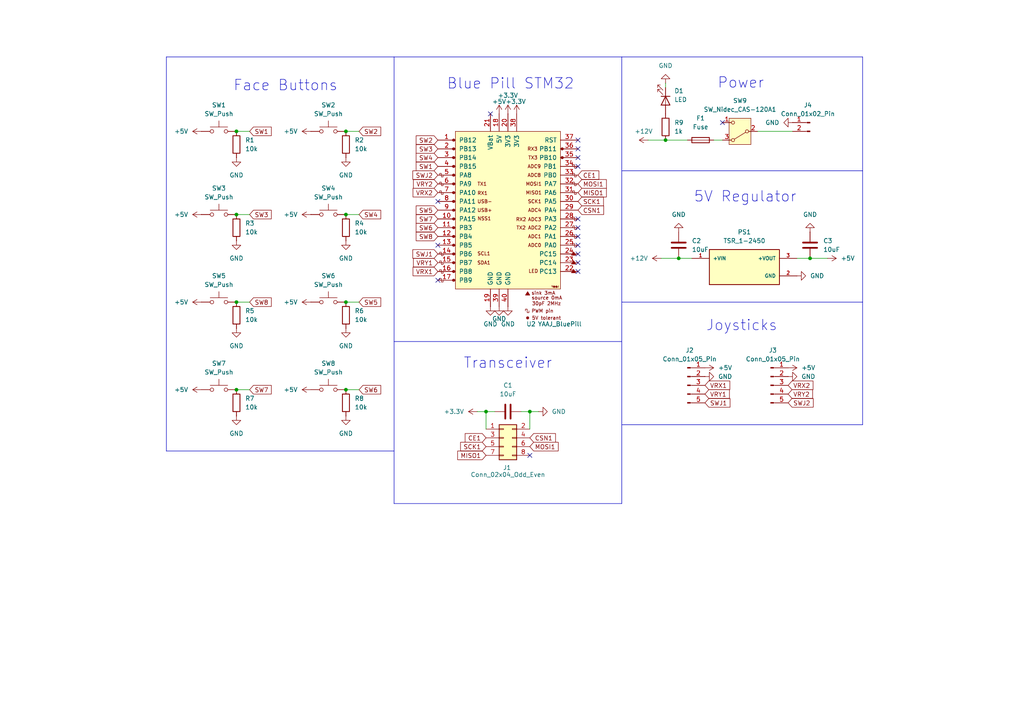
<source format=kicad_sch>
(kicad_sch (version 20250114) (generator "eeschema") (generator_version "9.0")
  (paper "A4")
  (lib_symbols
    (symbol "Connector:Conn_01x02_Pin" (pin_names (offset 1.016) (hide yes))
      (property "Reference" "J" (at 0 2.54 0))
      (property "Value" "Conn_01x02_Pin" (at 0 -5.08 0))
      (symbol "Conn_01x02_Pin_1_1"
        (rectangle (start 0.8636 0.127) (end 0 -0.127) (stroke (width 0.1524)) (fill (type outline)))
        (rectangle (start 0.8636 -2.413) (end 0 -2.667) (stroke (width 0.1524)) (fill (type outline)))
        (polyline (pts (xy 1.27 0) (xy 0.8636 0)) (stroke (width 0.1524)))
        (polyline (pts (xy 1.27 -2.54) (xy 0.8636 -2.54)) (stroke (width 0.1524)))
        (pin passive line (at 5.08 0 180) (length 3.81) (name "Pin_1") (number "1"))
        (pin passive line (at 5.08 -2.54 180) (length 3.81) (name "Pin_2") (number "2"))
      )
    )
    (symbol "Connector:Conn_01x05_Pin" (pin_names (offset 1.016) (hide yes))
      (property "Reference" "J" (at 0 7.62 0))
      (property "Value" "Conn_01x05_Pin" (at 0 -7.62 0))
      (symbol "Conn_01x05_Pin_1_1"
        (rectangle (start 0.8636 5.207) (end 0 4.953) (stroke (width 0.1524)) (fill (type outline)))
        (rectangle (start 0.8636 2.667) (end 0 2.413) (stroke (width 0.1524)) (fill (type outline)))
        (rectangle (start 0.8636 0.127) (end 0 -0.127) (stroke (width 0.1524)) (fill (type outline)))
        (rectangle (start 0.8636 -2.413) (end 0 -2.667) (stroke (width 0.1524)) (fill (type outline)))
        (rectangle (start 0.8636 -4.953) (end 0 -5.207) (stroke (width 0.1524)) (fill (type outline)))
        (polyline (pts (xy 1.27 5.08) (xy 0.8636 5.08)) (stroke (width 0.1524)))
        (polyline (pts (xy 1.27 2.54) (xy 0.8636 2.54)) (stroke (width 0.1524)))
        (polyline (pts (xy 1.27 0) (xy 0.8636 0)) (stroke (width 0.1524)))
        (polyline (pts (xy 1.27 -2.54) (xy 0.8636 -2.54)) (stroke (width 0.1524)))
        (polyline (pts (xy 1.27 -5.08) (xy 0.8636 -5.08)) (stroke (width 0.1524)))
        (pin passive line (at 5.08 5.08 180) (length 3.81) (name "Pin_1") (number "1"))
        (pin passive line (at 5.08 2.54 180) (length 3.81) (name "Pin_2") (number "2"))
        (pin passive line (at 5.08 0 180) (length 3.81) (name "Pin_3") (number "3"))
        (pin passive line (at 5.08 -2.54 180) (length 3.81) (name "Pin_4") (number "4"))
        (pin passive line (at 5.08 -5.08 180) (length 3.81) (name "Pin_5") (number "5"))
      )
    )
    (symbol "Connector_Generic:Conn_02x04_Odd_Even" (pin_names (offset 1.016) (hide yes))
      (property "Reference" "J" (at 1.27 5.08 0))
      (property "Value" "Conn_02x04_Odd_Even" (at 1.27 -7.62 0))
      (symbol "Conn_02x04_Odd_Even_1_1"
        (rectangle (start -1.27 3.81) (end 3.81 -6.35) (stroke (width 0.254)) (fill (type background)))
        (rectangle (start -1.27 2.667) (end 0 2.413) (stroke (width 0.1524)))
        (rectangle (start -1.27 0.127) (end 0 -0.127) (stroke (width 0.1524)))
        (rectangle (start -1.27 -2.413) (end 0 -2.667) (stroke (width 0.1524)))
        (rectangle (start -1.27 -4.953) (end 0 -5.207) (stroke (width 0.1524)))
        (rectangle (start 3.81 2.667) (end 2.54 2.413) (stroke (width 0.1524)))
        (rectangle (start 3.81 0.127) (end 2.54 -0.127) (stroke (width 0.1524)))
        (rectangle (start 3.81 -2.413) (end 2.54 -2.667) (stroke (width 0.1524)))
        (rectangle (start 3.81 -4.953) (end 2.54 -5.207) (stroke (width 0.1524)))
        (pin passive line (at -5.08 2.54 0) (length 3.81) (name "Pin_1") (number "1"))
        (pin passive line (at -5.08 0 0) (length 3.81) (name "Pin_3") (number "3"))
        (pin passive line (at -5.08 -2.54 0) (length 3.81) (name "Pin_5") (number "5"))
        (pin passive line (at -5.08 -5.08 0) (length 3.81) (name "Pin_7") (number "7"))
        (pin passive line (at 7.62 2.54 180) (length 3.81) (name "Pin_2") (number "2"))
        (pin passive line (at 7.62 0 180) (length 3.81) (name "Pin_4") (number "4"))
        (pin passive line (at 7.62 -2.54 180) (length 3.81) (name "Pin_6") (number "6"))
        (pin passive line (at 7.62 -5.08 180) (length 3.81) (name "Pin_8") (number "8"))
      )
    )
    (symbol "Controller_Parts:TSR_1-2450" (pin_names (offset 1.016))
      (property "Reference" "PS" (at -10.16 7.62 0))
      (property "Value" "TSR_1-2450" (at -10.16 -7.62 0))
      (symbol "TSR_1-2450_0_0"
        (rectangle (start -10.16 -5.08) (end 10.16 5.08) (stroke (width 0.254)) (fill (type background)))
        (pin input line (at -15.24 2.54 0) (length 5.08) (name "+VIN") (number "1"))
        (pin output line (at 15.24 2.54 180) (length 5.08) (name "+VOUT") (number "3"))
        (pin power_in line (at 15.24 -2.54 180) (length 5.08) (name "GND") (number "2"))
      )
    )
    (symbol "Controller_Parts:YAAJ_BluePill" (pin_names (offset 1.016))
      (property "Reference" "U" (at -13.97 24.13 0))
      (property "Value" "YAAJ_BluePill" (at 0 6.35 90))
      (symbol "YAAJ_BluePill_0_0"
        (circle (center -15.748 20.32) (radius 0.3556) (fill (type outline)))
        (circle (center -15.748 15.24) (radius 0.3556) (fill (type outline)))
        (circle (center -15.748 12.7) (radius 0.3556) (fill (type outline)))
        (circle (center -15.748 10.16) (radius 0.3556) (fill (type outline)))
        (circle (center -15.748 7.62) (radius 0.3556) (fill (type outline)))
        (circle (center -15.748 5.08) (radius 0.3556) (fill (type outline)))
        (circle (center -15.748 2.54) (radius 0.3556) (fill (type outline)))
        (circle (center -15.748 0) (radius 0.3556) (fill (type outline)))
        (circle (center -15.748 -2.54) (radius 0.3556) (fill (type outline)))
        (circle (center -15.748 -5.08) (radius 0.3556) (fill (type outline)))
        (circle (center -15.748 -7.62) (radius 0.3556) (fill (type outline)))
        (circle (center -15.748 -10.16) (radius 0.3556) (fill (type outline)))
        (circle (center -15.748 -12.7) (radius 0.3556) (fill (type outline)))
        (circle (center -15.748 -15.24) (radius 0.3556) (fill (type outline)))
        (circle (center -15.748 -17.78) (radius 0.3556) (fill (type outline)))
        (circle (center -15.748 -20.32) (radius 0.3556) (fill (type outline)))
        (polyline (pts (xy 5.08 -24.638) (xy 5.715 -23.622) (xy 6.35 -24.638) (xy 5.08 -24.638) (xy 5.715 -23.749) (xy 6.223 -24.638) (xy 5.207 -24.511) (xy 5.715 -23.876) (xy 6.096 -24.638) (xy 5.334 -24.384) (xy 5.842 -24.003) (xy 5.969 -24.638) (xy 5.461 -24.257) (xy 5.969 -24.13) (xy 5.842 -24.511) (xy 5.588 -24.257) (xy 5.842 -24.384) (xy 5.715 -24.13)))
        (circle (center 5.715 -31.242) (radius 0.127) (fill (type outline)))
        (circle (center 5.715 -31.242) (radius 0.254))
        (circle (center 5.715 -31.242) (radius 0.3556))
        (circle (center 15.748 17.78) (radius 0.254) (fill (type outline)))
        (circle (center 15.748 17.78) (radius 0.3556))
        (circle (center 15.748 15.24) (radius 0.254) (fill (type outline)))
        (circle (center 15.748 15.24) (radius 0.3556))
        (polyline (pts (xy 18.415 -13.081) (xy 19.05 -12.065) (xy 19.685 -13.081) (xy 18.415 -13.081) (xy 19.05 -12.192) (xy 19.558 -13.081) (xy 18.542 -12.954) (xy 19.05 -12.319) (xy 19.431 -13.081) (xy 18.669 -12.827) (xy 19.177 -12.446) (xy 19.304 -13.081) (xy 18.796 -12.7) (xy 19.304 -12.573) (xy 19.177 -12.954) (xy 18.923 -12.7) (xy 19.177 -12.827) (xy 19.05 -12.573)))
        (polyline (pts (xy 18.415 -15.621) (xy 19.05 -14.605) (xy 19.685 -15.621) (xy 18.415 -15.621) (xy 19.05 -14.732) (xy 19.558 -15.621) (xy 18.542 -15.494) (xy 19.05 -14.859) (xy 19.431 -15.621) (xy 18.669 -15.367) (xy 19.177 -14.986) (xy 19.304 -15.621) (xy 18.796 -15.24) (xy 19.304 -15.113) (xy 19.177 -15.494) (xy 18.923 -15.24) (xy 19.177 -15.367) (xy 19.05 -15.113)))
        (polyline (pts (xy 18.415 -18.161) (xy 19.05 -17.145) (xy 19.685 -18.161) (xy 18.415 -18.161) (xy 19.05 -17.272) (xy 19.558 -18.161) (xy 18.542 -18.034) (xy 19.05 -17.399) (xy 19.431 -18.161) (xy 18.669 -17.907) (xy 19.177 -17.526) (xy 19.304 -18.161) (xy 18.796 -17.78) (xy 19.304 -17.653) (xy 19.177 -18.034) (xy 18.923 -17.78) (xy 19.177 -17.907) (xy 19.05 -17.653)))
        (text "TX1" (at -7.493 7.62 0) (effects (font (size 0.9906 0.9906))))
        (text "RX1" (at -7.366 4.953 0) (effects (font (size 0.9906 0.9906))))
        (text "SCL1" (at -6.985 -12.573 0) (effects (font (size 0.9906 0.9906))))
        (text "SDA1" (at -6.985 -15.24 0) (effects (font (size 0.9906 0.9906))))
        (text "NSS1" (at -6.858 -2.413 0) (effects (font (size 0.9906 0.9906))))
        (text "USB-" (at -6.731 2.54 0) (effects (font (size 0.9906 0.9906))))
        (text "USB+" (at -6.731 0 0) (effects (font (size 0.9906 0.9906))))
        (text "RX2" (at 3.81 -2.667 0) (effects (font (size 0.9906 0.9906))))
        (text "TX2" (at 3.81 -5.08 0) (effects (font (size 0.9906 0.9906))))
        (text "RX3" (at 7.112 17.78 0) (effects (font (size 0.9906 0.9906))))
        (text "TX3" (at 7.239 15.24 0) (effects (font (size 0.9906 0.9906))))
        (text "LED" (at 7.366 -17.653 0) (effects (font (size 0.9906 0.9906))))
        (text "MOSI1" (at 7.493 7.62 0) (effects (font (size 0.9906 0.9906))))
        (text "MISO1" (at 7.493 5.08 0) (effects (font (size 0.9906 0.9906))))
        (text "ADC9" (at 7.62 12.7 0) (effects (font (size 0.9906 0.9906))))
        (text "ADC8" (at 7.62 10.16 0) (effects (font (size 0.9906 0.9906))))
        (text "SCK1" (at 7.747 2.54 0) (effects (font (size 0.9906 0.9906))))
        (text "ADC4" (at 7.747 0 0) (effects (font (size 0.9906 0.9906))))
        (text "ADC3" (at 7.747 -2.667 0) (effects (font (size 0.9906 0.9906))))
        (text "ADC2" (at 7.747 -5.08 0) (effects (font (size 0.9906 0.9906))))
        (text "ADC1" (at 7.747 -7.62 0) (effects (font (size 0.9906 0.9906))))
        (text "ADC0" (at 7.747 -10.16 0) (effects (font (size 0.9906 0.9906))))
        (text "PWM pin" (at 10.033 -29.21 0) (effects (font (size 0.9906 0.9906))))
        (text "sink 3mA" (at 10.287 -24.003 0) (effects (font (size 0.9906 0.9906))))
        (text "30pF 2MHz" (at 11.176 -27.051 0) (effects (font (size 0.9906 0.9906))))
        (text "5V tolerant" (at 11.176 -31.242 0) (effects (font (size 0.9906 0.9906))))
        (text "source 0mA" (at 11.303 -25.4 0) (effects (font (size 0.9906 0.9906))))
        (text "Y@@J" (at 13.6906 -22.1488 0) (effects (font (size 0.508 0.508))))
      )
      (symbol "YAAJ_BluePill_0_1"
        (polyline (pts (xy -18.796 10.16) (xy -18.796 9.652) (xy -19.304 9.652) (xy -19.304 10.668) (xy -19.812 10.668) (xy -19.812 10.16)))
        (polyline (pts (xy -18.796 7.62) (xy -18.796 7.112) (xy -19.304 7.112) (xy -19.304 8.128) (xy -19.812 8.128) (xy -19.812 7.62)))
        (polyline (pts (xy -18.796 5.08) (xy -18.796 4.572) (xy -19.304 4.572) (xy -19.304 5.588) (xy -19.812 5.588) (xy -19.812 5.08)))
        (polyline (pts (xy -18.796 -12.7) (xy -18.796 -13.208) (xy -19.304 -13.208) (xy -19.304 -12.192) (xy -19.812 -12.192) (xy -19.812 -12.7)))
        (polyline (pts (xy -18.796 -15.24) (xy -18.796 -15.748) (xy -19.304 -15.748) (xy -19.304 -14.732) (xy -19.812 -14.732) (xy -19.812 -15.24)))
        (polyline (pts (xy -18.796 -17.78) (xy -18.796 -18.288) (xy -19.304 -18.288) (xy -19.304 -17.272) (xy -19.812 -17.272) (xy -19.812 -17.78)))
        (polyline (pts (xy -18.796 -20.32) (xy -18.796 -20.828) (xy -19.304 -20.828) (xy -19.304 -19.812) (xy -19.812 -19.812) (xy -19.812 -20.32)))
        (rectangle (start -15.24 22.86) (end 15.24 -22.86) (fill (type background)))
        (polyline (pts (xy 6.096 -29.21) (xy 6.096 -29.718) (xy 5.588 -29.718) (xy 5.588 -28.702) (xy 5.08 -28.702) (xy 5.08 -29.21)))
        (polyline (pts (xy 19.812 12.7) (xy 19.812 12.192) (xy 19.304 12.192) (xy 19.304 13.208) (xy 18.796 13.208) (xy 18.796 12.7)))
        (polyline (pts (xy 19.812 10.16) (xy 19.812 9.652) (xy 19.304 9.652) (xy 19.304 10.668) (xy 18.796 10.668) (xy 18.796 10.16)))
        (polyline (pts (xy 19.812 7.62) (xy 19.812 7.112) (xy 19.304 7.112) (xy 19.304 8.128) (xy 18.796 8.128) (xy 18.796 7.62)))
        (polyline (pts (xy 19.812 5.08) (xy 19.812 4.572) (xy 19.304 4.572) (xy 19.304 5.588) (xy 18.796 5.588) (xy 18.796 5.08)))
        (polyline (pts (xy 19.812 -2.54) (xy 19.812 -3.048) (xy 19.304 -3.048) (xy 19.304 -2.032) (xy 18.796 -2.032) (xy 18.796 -2.54)))
        (polyline (pts (xy 19.812 -5.08) (xy 19.812 -5.588) (xy 19.304 -5.588) (xy 19.304 -4.572) (xy 18.796 -4.572) (xy 18.796 -5.08)))
        (polyline (pts (xy 19.812 -7.62) (xy 19.812 -8.128) (xy 19.304 -8.128) (xy 19.304 -7.112) (xy 18.796 -7.112) (xy 18.796 -7.62)))
        (polyline (pts (xy 19.812 -10.16) (xy 19.812 -10.668) (xy 19.304 -10.668) (xy 19.304 -9.652) (xy 18.796 -9.652) (xy 18.796 -10.16)))
      )
      (symbol "YAAJ_BluePill_1_1"
        (circle (center -15.748 17.78) (radius 0.3556) (fill (type outline)))
        (pin bidirectional line (at -20.32 20.32 0) (length 5.08) (name "PB12") (number "1"))
        (pin bidirectional line (at -20.32 17.78 0) (length 5.08) (name "PB13") (number "2"))
        (pin bidirectional line (at -20.32 15.24 0) (length 5.08) (name "PB14") (number "3"))
        (pin bidirectional line (at -20.32 12.7 0) (length 5.08) (name "PB15") (number "4"))
        (pin bidirectional line (at -20.32 10.16 0) (length 5.08) (name "PA8") (number "5"))
        (pin bidirectional line (at -20.32 7.62 0) (length 5.08) (name "PA9") (number "6"))
        (pin bidirectional line (at -20.32 5.08 0) (length 5.08) (name "PA10") (number "7"))
        (pin bidirectional line (at -20.32 2.54 0) (length 5.08) (name "PA11") (number "8"))
        (pin bidirectional line (at -20.32 0 0) (length 5.08) (name "PA12") (number "9"))
        (pin bidirectional line (at -20.32 -2.54 0) (length 5.08) (name "PA15") (number "10"))
        (pin bidirectional line (at -20.32 -5.08 0) (length 5.08) (name "PB3") (number "11"))
        (pin bidirectional line (at -20.32 -7.62 0) (length 5.08) (name "PB4") (number "12"))
        (pin bidirectional line (at -20.32 -10.16 0) (length 5.08) (name "PB5") (number "13"))
        (pin bidirectional line (at -20.32 -12.7 0) (length 5.08) (name "PB6") (number "14"))
        (pin bidirectional line (at -20.32 -15.24 0) (length 5.08) (name "PB7") (number "15"))
        (pin bidirectional line (at -20.32 -17.78 0) (length 5.08) (name "PB8") (number "16"))
        (pin bidirectional line (at -20.32 -20.32 0) (length 5.08) (name "PB9") (number "17"))
        (pin power_in line (at -5.08 27.94 270) (length 5.08) (name "VBat") (number "21"))
        (pin power_in line (at -5.08 -27.94 90) (length 5.08) (name "GND") (number "19"))
        (pin power_in line (at -2.54 27.94 270) (length 5.08) (name "5V") (number "18"))
        (pin power_in line (at -2.54 -27.94 90) (length 5.08) (name "GND") (number "39"))
        (pin power_in line (at 0 27.94 270) (length 5.08) (name "3V3") (number "20"))
        (pin power_in line (at 0 -27.94 90) (length 5.08) (name "GND") (number "40"))
        (pin power_in line (at 2.54 27.94 270) (length 5.08) (name "3V3") (number "38"))
        (pin input line (at 20.32 20.32 180) (length 5.08) (name "RST") (number "37"))
        (pin bidirectional line (at 20.32 17.78 180) (length 5.08) (name "PB11") (number "36"))
        (pin bidirectional line (at 20.32 15.24 180) (length 5.08) (name "PB10") (number "35"))
        (pin bidirectional line (at 20.32 12.7 180) (length 5.08) (name "PB1") (number "34"))
        (pin bidirectional line (at 20.32 10.16 180) (length 5.08) (name "PB0") (number "33"))
        (pin bidirectional line (at 20.32 7.62 180) (length 5.08) (name "PA7") (number "32"))
        (pin bidirectional line (at 20.32 5.08 180) (length 5.08) (name "PA6") (number "31"))
        (pin bidirectional line (at 20.32 2.54 180) (length 5.08) (name "PA5") (number "30"))
        (pin bidirectional line (at 20.32 0 180) (length 5.08) (name "PA4") (number "29"))
        (pin bidirectional line (at 20.32 -2.54 180) (length 5.08) (name "PA3") (number "28"))
        (pin bidirectional line (at 20.32 -5.08 180) (length 5.08) (name "PA2") (number "27"))
        (pin bidirectional line (at 20.32 -7.62 180) (length 5.08) (name "PA1") (number "26"))
        (pin bidirectional line (at 20.32 -10.16 180) (length 5.08) (name "PA0") (number "25"))
        (pin bidirectional line (at 20.32 -12.7 180) (length 5.08) (name "PC15") (number "24"))
        (pin bidirectional line (at 20.32 -15.24 180) (length 5.08) (name "PC14") (number "23"))
        (pin bidirectional line (at 20.32 -17.78 180) (length 5.08) (name "PC13") (number "22"))
      )
    )
    (symbol "Device:C" (pin_numbers (hide yes)) (pin_names (offset 0.254))
      (property "Reference" "C" (at 0.635 2.54 0))
      (property "Value" "C" (at 0.635 -2.54 0))
      (symbol "C_0_1"
        (polyline (pts (xy -2.032 0.762) (xy 2.032 0.762)) (stroke (width 0.508)))
        (polyline (pts (xy -2.032 -0.762) (xy 2.032 -0.762)) (stroke (width 0.508)))
      )
      (symbol "C_1_1"
        (pin passive line (at 0 3.81 270) (length 2.794) (name "~") (number "1"))
        (pin passive line (at 0 -3.81 90) (length 2.794) (name "~") (number "2"))
      )
    )
    (symbol "Device:Fuse" (pin_numbers (hide yes)) (pin_names (offset 0))
      (property "Reference" "F" (at 2.032 0 90))
      (property "Value" "Fuse" (at -1.905 0 90))
      (symbol "Fuse_0_1"
        (rectangle (start -0.762 -2.54) (end 0.762 2.54) (stroke (width 0.254)))
        (polyline (pts (xy 0 2.54) (xy 0 -2.54)))
      )
      (symbol "Fuse_1_1"
        (pin passive line (at 0 3.81 270) (length 1.27) (name "~") (number "1"))
        (pin passive line (at 0 -3.81 90) (length 1.27) (name "~") (number "2"))
      )
    )
    (symbol "Device:LED" (pin_numbers (hide yes)) (pin_names (offset 1.016) (hide yes))
      (property "Reference" "D" (at 0 2.54 0))
      (property "Value" "LED" (at 0 -2.54 0))
      (symbol "LED_0_1"
        (polyline (pts (xy -3.048 -0.762) (xy -4.572 -2.286) (xy -3.81 -2.286) (xy -4.572 -2.286) (xy -4.572 -1.524)))
        (polyline (pts (xy -1.778 -0.762) (xy -3.302 -2.286) (xy -2.54 -2.286) (xy -3.302 -2.286) (xy -3.302 -1.524)))
        (polyline (pts (xy -1.27 0) (xy 1.27 0)))
        (polyline (pts (xy -1.27 -1.27) (xy -1.27 1.27)) (stroke (width 0.254)))
        (polyline (pts (xy 1.27 -1.27) (xy 1.27 1.27) (xy -1.27 0) (xy 1.27 -1.27)) (stroke (width 0.254)))
      )
      (symbol "LED_1_1"
        (pin passive line (at -3.81 0 0) (length 2.54) (name "K") (number "1"))
        (pin passive line (at 3.81 0 180) (length 2.54) (name "A") (number "2"))
      )
    )
    (symbol "Device:R" (pin_numbers (hide yes)) (pin_names (offset 0))
      (property "Reference" "R" (at 2.032 0 90))
      (property "Value" "R" (at 0 0 90))
      (symbol "R_0_1"
        (rectangle (start -1.016 -2.54) (end 1.016 2.54) (stroke (width 0.254)))
      )
      (symbol "R_1_1"
        (pin passive line (at 0 3.81 270) (length 1.27) (name "~") (number "1"))
        (pin passive line (at 0 -3.81 90) (length 1.27) (name "~") (number "2"))
      )
    )
    (symbol "Switch:SW_Nidec_CAS-120A1" (pin_names (offset 1) (hide yes))
      (property "Reference" "SW" (at 0 4.318 0))
      (property "Value" "SW_Nidec_CAS-120A1" (at 0 -5.08 0))
      (symbol "SW_Nidec_CAS-120A1_0_1"
        (circle (center -2.032 0) (radius 0.4572))
        (polyline (pts (xy -1.651 0.254) (xy 1.651 2.286)))
        (circle (center 2.032 2.54) (radius 0.4572))
        (circle (center 2.032 -2.54) (radius 0.4572))
      )
      (symbol "SW_Nidec_CAS-120A1_1_1"
        (rectangle (start -3.175 3.81) (end 3.175 -3.81) (fill (type background)))
        (pin passive line (at -5.08 0 0) (length 2.54) (name "B") (number "2"))
        (pin passive line (at 5.08 2.54 180) (length 2.54) (name "A") (number "3"))
        (pin passive line (at 5.08 -2.54 180) (length 2.54) (name "C") (number "1"))
      )
    )
    (symbol "Switch:SW_Push" (pin_numbers (hide yes)) (pin_names (offset 1.016) (hide yes))
      (property "Reference" "SW" (at 1.27 2.54 0))
      (property "Value" "SW_Push" (at 0 -1.524 0))
      (symbol "SW_Push_0_1"
        (circle (center -2.032 0) (radius 0.508))
        (polyline (pts (xy 0 1.27) (xy 0 3.048)))
        (circle (center 2.032 0) (radius 0.508))
        (polyline (pts (xy 2.54 1.27) (xy -2.54 1.27)))
        (pin passive line (at -5.08 0 0) (length 2.54) (name "1") (number "1"))
        (pin passive line (at 5.08 0 180) (length 2.54) (name "2") (number "2"))
      )
    )
    (symbol "power:+12V" (power) (pin_numbers (hide yes)) (pin_names (offset 0) (hide yes))
      (property "Value" "+12V" (at 0 3.556 0))
      (symbol "+12V_0_1"
        (polyline (pts (xy -0.762 1.27) (xy 0 2.54)))
        (polyline (pts (xy 0 2.54) (xy 0.762 1.27)))
        (polyline (pts (xy 0 0) (xy 0 2.54)))
      )
      (symbol "+12V_1_1"
        (pin power_in line (at 0 0 90) (length 0) (name "~") (number "1"))
      )
    )
    (symbol "power:+3.3V" (power) (pin_numbers (hide yes)) (pin_names (offset 0) (hide yes))
      (property "Value" "+3.3V" (at 0 3.556 0))
      (symbol "+3.3V_0_1"
        (polyline (pts (xy -0.762 1.27) (xy 0 2.54)))
        (polyline (pts (xy 0 2.54) (xy 0.762 1.27)))
        (polyline (pts (xy 0 0) (xy 0 2.54)))
      )
      (symbol "+3.3V_1_1"
        (pin power_in line (at 0 0 90) (length 0) (name "~") (number "1"))
      )
    )
    (symbol "power:+5V" (power) (pin_numbers (hide yes)) (pin_names (offset 0) (hide yes))
      (property "Value" "+5V" (at 0 3.556 0))
      (symbol "+5V_0_1"
        (polyline (pts (xy -0.762 1.27) (xy 0 2.54)))
        (polyline (pts (xy 0 2.54) (xy 0.762 1.27)))
        (polyline (pts (xy 0 0) (xy 0 2.54)))
      )
      (symbol "+5V_1_1"
        (pin power_in line (at 0 0 90) (length 0) (name "~") (number "1"))
      )
    )
    (symbol "power:GND" (power) (pin_numbers (hide yes)) (pin_names (offset 0) (hide yes))
      (property "Value" "GND" (at 0 -3.81 0))
      (symbol "GND_0_1"
        (polyline (pts (xy 0 0) (xy 0 -1.27) (xy 1.27 -1.27) (xy 0 -2.54) (xy -1.27 -1.27) (xy 0 -1.27)))
      )
      (symbol "GND_1_1"
        (pin power_in line (at 0 0 270) (length 0) (name "~") (number "1"))
      )
    )
  )
  (rectangle (start 114.3 16.51) (end 180.34 99.06))
  (text "Joysticks" (at 215.138 94.488 0) (effects (font (size 3.048 3.048))))
  (text "Blue Pill STM32" (at 148.082 24.384 0) (effects (font (size 3.048 3.048))))
  (text "Transceiver" (at 147.32 105.41 0) (effects (font (size 3.048 3.048))))
  (text "5V Regulator" (at 216.154 57.15 0) (effects (font (size 3.048 3.048))))
  (text "Face Buttons" (at 82.804 24.892 0) (effects (font (size 3.048 3.048))))
  (text "Power" (at 214.884 24.13 0) (effects (font (size 3.048 3.048))))
  (junction (at 68.58 113.03))
  (junction (at 68.58 62.23))
  (junction (at 100.33 113.03))
  (junction (at 234.95 74.93))
  (junction (at 100.33 87.63))
  (junction (at 153.67 119.38))
  (junction (at 100.33 38.1))
  (junction (at 140.97 119.38))
  (junction (at 68.58 87.63))
  (junction (at 68.58 38.1))
  (junction (at 100.33 62.23))
  (junction (at 193.04 40.64))
  (junction (at 196.85 74.93))
  (no_connect (at 167.64 45.72))
  (no_connect (at 167.64 78.74))
  (no_connect (at 167.64 68.58))
  (no_connect (at 153.67 132.08))
  (no_connect (at 167.64 76.2))
  (no_connect (at 127 71.12))
  (no_connect (at 167.64 71.12))
  (no_connect (at 167.64 48.26))
  (no_connect (at 167.64 43.18))
  (no_connect (at 127 58.42))
  (no_connect (at 167.64 40.64))
  (no_connect (at 167.64 66.04))
  (no_connect (at 209.55 35.56))
  (no_connect (at 127 81.28))
  (no_connect (at 167.64 63.5))
  (no_connect (at 142.24 33.02))
  (no_connect (at 167.64 73.66))
  (polyline (pts (xy 180.34 49.53) (xy 250.19 49.53)))
  (polyline (pts (xy 48.26 130.81) (xy 114.3 130.81)))
  (wire (pts (xy 234.95 74.93) (xy 231.14 74.93)))
  (wire (pts (xy 196.85 74.93) (xy 200.66 74.93)))
  (wire (pts (xy 207.01 40.64) (xy 209.55 40.64)))
  (polyline (pts (xy 250.19 16.51) (xy 250.19 49.53)))
  (wire (pts (xy 193.04 40.64) (xy 199.39 40.64)))
  (wire (pts (xy 240.03 74.93) (xy 234.95 74.93)))
  (wire (pts (xy 219.71 38.1) (xy 229.87 38.1)))
  (polyline (pts (xy 250.19 123.19) (xy 180.34 123.19)))
  (polyline (pts (xy 250.19 49.53) (xy 250.19 87.63)))
  (wire (pts (xy 104.14 113.03) (xy 100.33 113.03)))
  (wire (pts (xy 193.04 24.13) (xy 193.04 25.4)))
  (wire (pts (xy 104.14 87.63) (xy 100.33 87.63)))
  (wire (pts (xy 104.14 62.23) (xy 100.33 62.23)))
  (wire (pts (xy 72.39 113.03) (xy 68.58 113.03)))
  (polyline (pts (xy 114.3 16.51) (xy 48.26 16.51)))
  (polyline (pts (xy 114.3 99.06) (xy 114.3 146.05)))
  (wire (pts (xy 140.97 124.46) (xy 140.97 119.38)))
  (polyline (pts (xy 114.3 146.05) (xy 180.34 146.05)))
  (wire (pts (xy 138.43 119.38) (xy 140.97 119.38)))
  (polyline (pts (xy 180.34 16.51) (xy 250.19 16.51)))
  (wire (pts (xy 191.77 74.93) (xy 196.85 74.93)))
  (polyline (pts (xy 180.34 99.06) (xy 180.34 146.05)))
  (wire (pts (xy 104.14 38.1) (xy 100.33 38.1)))
  (wire (pts (xy 156.21 119.38) (xy 153.67 119.38)))
  (wire (pts (xy 72.39 62.23) (xy 68.58 62.23)))
  (polyline (pts (xy 250.19 87.63) (xy 250.19 123.19)))
  (polyline (pts (xy 48.26 16.51) (xy 48.26 130.81)))
  (wire (pts (xy 153.67 119.38) (xy 153.67 124.46)))
  (wire (pts (xy 140.97 119.38) (xy 143.51 119.38)))
  (wire (pts (xy 151.13 119.38) (xy 153.67 119.38)))
  (polyline (pts (xy 180.34 87.63) (xy 250.19 87.63)))
  (wire (pts (xy 72.39 38.1) (xy 68.58 38.1)))
  (wire (pts (xy 187.96 40.64) (xy 193.04 40.64)))
  (wire (pts (xy 72.39 87.63) (xy 68.58 87.63)))
  (global_label "SW7" (shape input) (at 127 63.5 180) (property "Intersheetrefs" "${INTERSHEET_REFS}" (effects (hide yes))))
  (global_label "SW8" (shape input) (at 72.39 87.63 0) (property "Intersheetrefs" "${INTERSHEET_REFS}" (effects (hide yes))))
  (global_label "MISO1" (shape input) (at 167.64 55.88 0) (property "Intersheetrefs" "${INTERSHEET_REFS}" (effects (hide yes))))
  (global_label "SW5" (shape input) (at 127 60.96 180) (property "Intersheetrefs" "${INTERSHEET_REFS}" (effects (hide yes))))
  (global_label "SW1" (shape input) (at 127 48.26 180) (property "Intersheetrefs" "${INTERSHEET_REFS}" (effects (hide yes))))
  (global_label "MOSI1" (shape input) (at 153.67 129.54 0) (property "Intersheetrefs" "${INTERSHEET_REFS}" (effects (hide yes))))
  (global_label "VRY1" (shape input) (at 204.47 114.3 0) (property "Intersheetrefs" "${INTERSHEET_REFS}" (effects (hide yes))))
  (global_label "MOSI1" (shape input) (at 167.64 53.34 0) (property "Intersheetrefs" "${INTERSHEET_REFS}" (effects (hide yes))))
  (global_label "SCK1" (shape input) (at 140.97 129.54 180) (property "Intersheetrefs" "${INTERSHEET_REFS}" (effects (hide yes))))
  (global_label "VRX1" (shape input) (at 127 78.74 180) (property "Intersheetrefs" "${INTERSHEET_REFS}" (effects (hide yes))))
  (global_label "VRY2" (shape input) (at 228.6 114.3 0) (property "Intersheetrefs" "${INTERSHEET_REFS}" (effects (hide yes))))
  (global_label "SWJ2" (shape input) (at 228.6 116.84 0) (property "Intersheetrefs" "${INTERSHEET_REFS}" (effects (hide yes))))
  (global_label "SW3" (shape input) (at 127 43.18 180) (property "Intersheetrefs" "${INTERSHEET_REFS}" (effects (hide yes))))
  (global_label "SW6" (shape input) (at 127 66.04 180) (property "Intersheetrefs" "${INTERSHEET_REFS}" (effects (hide yes))))
  (global_label "CSN1" (shape input) (at 153.67 127 0) (property "Intersheetrefs" "${INTERSHEET_REFS}" (effects (hide yes))))
  (global_label "SCK1" (shape input) (at 167.64 58.42 0) (property "Intersheetrefs" "${INTERSHEET_REFS}" (effects (hide yes))))
  (global_label "SW2" (shape input) (at 127 40.64 180) (property "Intersheetrefs" "${INTERSHEET_REFS}" (effects (hide yes))))
  (global_label "SWJ2" (shape input) (at 127 50.8 180) (property "Intersheetrefs" "${INTERSHEET_REFS}" (effects (hide yes))))
  (global_label "SW3" (shape input) (at 72.39 62.23 0) (property "Intersheetrefs" "${INTERSHEET_REFS}" (effects (hide yes))))
  (global_label "SW8" (shape input) (at 127 68.58 180) (property "Intersheetrefs" "${INTERSHEET_REFS}" (effects (hide yes))))
  (global_label "SWJ1" (shape input) (at 204.47 116.84 0) (property "Intersheetrefs" "${INTERSHEET_REFS}" (effects (hide yes))))
  (global_label "CSN1" (shape input) (at 167.64 60.96 0) (property "Intersheetrefs" "${INTERSHEET_REFS}" (effects (hide yes))))
  (global_label "CE1" (shape input) (at 140.97 127 180) (property "Intersheetrefs" "${INTERSHEET_REFS}" (effects (hide yes))))
  (global_label "SWJ1" (shape input) (at 127 73.66 180) (property "Intersheetrefs" "${INTERSHEET_REFS}" (effects (hide yes))))
  (global_label "MISO1" (shape input) (at 140.97 132.08 180) (property "Intersheetrefs" "${INTERSHEET_REFS}" (effects (hide yes))))
  (global_label "CE1" (shape input) (at 167.64 50.8 0) (property "Intersheetrefs" "${INTERSHEET_REFS}" (effects (hide yes))))
  (global_label "VRX1" (shape input) (at 204.47 111.76 0) (property "Intersheetrefs" "${INTERSHEET_REFS}" (effects (hide yes))))
  (global_label "VRX2" (shape input) (at 127 55.88 180) (property "Intersheetrefs" "${INTERSHEET_REFS}" (effects (hide yes))))
  (global_label "VRY1" (shape input) (at 127 76.2 180) (property "Intersheetrefs" "${INTERSHEET_REFS}" (effects (hide yes))))
  (global_label "SW5" (shape input) (at 104.14 87.63 0) (property "Intersheetrefs" "${INTERSHEET_REFS}" (effects (hide yes))))
  (global_label "SW6" (shape input) (at 104.14 113.03 0) (property "Intersheetrefs" "${INTERSHEET_REFS}" (effects (hide yes))))
  (global_label "SW4" (shape input) (at 127 45.72 180) (property "Intersheetrefs" "${INTERSHEET_REFS}" (effects (hide yes))))
  (global_label "SW7" (shape input) (at 72.39 113.03 0) (property "Intersheetrefs" "${INTERSHEET_REFS}" (effects (hide yes))))
  (global_label "SW2" (shape input) (at 104.14 38.1 0) (property "Intersheetrefs" "${INTERSHEET_REFS}" (effects (hide yes))))
  (global_label "SW4" (shape input) (at 104.14 62.23 0) (property "Intersheetrefs" "${INTERSHEET_REFS}" (effects (hide yes))))
  (global_label "SW1" (shape input) (at 72.39 38.1 0) (property "Intersheetrefs" "${INTERSHEET_REFS}" (effects (hide yes))))
  (global_label "VRY2" (shape input) (at 127 53.34 180) (property "Intersheetrefs" "${INTERSHEET_REFS}" (effects (hide yes))))
  (global_label "VRX2" (shape input) (at 228.6 111.76 0) (property "Intersheetrefs" "${INTERSHEET_REFS}" (effects (hide yes))))
  (symbol (lib_id "Device:R") (at 193.04 36.83 0) (unit 1)
    (property "Reference" "R9" (at 195.58 35.5599 0) (effects (justify left)))
    (property "Value" "1k" (at 195.58 38.0999 0) (effects (justify left)))
    (property "Footprint" "Resistor_SMD:R_0805_2012Metric" (effects (hide yes)))
    (property "Description" "Resistor" (effects (hide yes)))
  )
  (symbol (lib_id "power:GND") (at 144.78 88.9 0) (unit 1)
    (property "Reference" "#PWR026" (effects (hide yes)))
    (property "Value" "GND" (at 144.78 92.456 0))
    (property "Description" "Power symbol creates a global label with name \"GND\" , ground" (effects (hide yes)))
  )
  (symbol (lib_id "Switch:SW_Push") (at 63.5 62.23 0) (unit 1)
    (property "Reference" "SW3" (at 63.5 54.61 0))
    (property "Value" "SW_Push" (at 63.5 57.15 0))
    (property "Footprint" "Feet_Pics:SW_PUSH-12mm_BETTER" (effects (hide yes)))
    (property "Description" "Push button switch, generic, two pins" (effects (hide yes)))
  )
  (symbol (lib_id "power:+5V") (at 204.47 106.68 270) (unit 1)
    (property "Reference" "#PWR05" (effects (hide yes)))
    (property "Value" "+5V" (at 208.28 106.6799 90) (effects (justify left)))
    (property "Description" "Power symbol creates a global label with name \"+5V\"" (effects (hide yes)))
  )
  (symbol (lib_id "Device:C") (at 196.85 71.12 180) (unit 1)
    (property "Reference" "C2" (at 200.66 69.8499 0) (effects (justify right)))
    (property "Value" "10uF" (at 200.66 72.3899 0) (effects (justify right)))
    (property "Footprint" "Capacitor_SMD:C_0805_2012Metric_Pad1.18x1.45mm_HandSolder" (effects (hide yes)))
    (property "Description" "Unpolarized capacitor" (effects (hide yes)))
  )
  (symbol (lib_id "Switch:SW_Push") (at 63.5 113.03 0) (unit 1)
    (property "Reference" "SW7" (at 63.5 105.41 0))
    (property "Value" "SW_Push" (at 63.5 107.95 0))
    (property "Footprint" "Feet_Pics:SW_PUSH-12mm_BETTER" (effects (hide yes)))
    (property "Description" "Push button switch, generic, two pins" (effects (hide yes)))
  )
  (symbol (lib_id "Controller_Parts:TSR_1-2450") (at 215.9 77.47 0) (unit 1)
    (property "Reference" "PS1" (at 215.9 67.31 0))
    (property "Value" "TSR_1-2450" (at 215.9 69.85 0))
    (property "Footprint" "Feet_Pics:CONV_TSR_1-2450" (effects (hide yes)))
    (property "PARTREV" "Apr 27, 2020" (effects (hide yes)))
    (property "STANDARD" "Manufacturer Recommendations" (effects (hide yes)))
    (property "MAXIMUM_PACKAGE_HEIGHT" "10.6mm" (effects (hide yes)))
    (property "MANUFACTURER" "Traco Power" (effects (hide yes)))
  )
  (symbol (lib_id "Device:R") (at 68.58 91.44 0) (unit 1)
    (property "Reference" "R5" (at 71.12 90.1699 0) (effects (justify left)))
    (property "Value" "10k" (at 71.12 92.7099 0) (effects (justify left)))
    (property "Footprint" "Resistor_SMD:R_0805_2012Metric" (effects (hide yes)))
    (property "Description" "Resistor" (effects (hide yes)))
  )
  (symbol (lib_id "power:GND") (at 100.33 45.72 0) (unit 1)
    (property "Reference" "#PWR04" (effects (hide yes)))
    (property "Value" "GND" (at 100.33 50.8 0))
    (property "Description" "Power symbol creates a global label with name \"GND\" , ground" (effects (hide yes)))
  )
  (symbol (lib_id "power:+5V") (at 90.17 38.1 90) (mirror x) (unit 1)
    (property "Reference" "#PWR012" (effects (hide yes)))
    (property "Value" "+5V" (at 86.36 38.0999 90) (effects (justify left)))
    (property "Description" "Power symbol creates a global label with name \"+5V\"" (effects (hide yes)))
  )
  (symbol (lib_id "power:+5V") (at 90.17 113.03 90) (mirror x) (unit 1)
    (property "Reference" "#PWR016" (effects (hide yes)))
    (property "Value" "+5V" (at 86.36 113.0299 90) (effects (justify left)))
    (property "Description" "Power symbol creates a global label with name \"+5V\"" (effects (hide yes)))
  )
  (symbol (lib_id "power:+5V") (at 90.17 62.23 90) (mirror x) (unit 1)
    (property "Reference" "#PWR09" (effects (hide yes)))
    (property "Value" "+5V" (at 86.36 62.2299 90) (effects (justify left)))
    (property "Description" "Power symbol creates a global label with name \"+5V\"" (effects (hide yes)))
  )
  (symbol (lib_id "power:GND") (at 68.58 69.85 0) (unit 1)
    (property "Reference" "#PWR017" (effects (hide yes)))
    (property "Value" "GND" (at 68.58 74.93 0))
    (property "Description" "Power symbol creates a global label with name \"GND\" , ground" (effects (hide yes)))
  )
  (symbol (lib_id "power:GND") (at 68.58 120.65 0) (unit 1)
    (property "Reference" "#PWR034" (effects (hide yes)))
    (property "Value" "GND" (at 68.58 125.73 0))
    (property "Description" "Power symbol creates a global label with name \"GND\" , ground" (effects (hide yes)))
  )
  (symbol (lib_id "power:+3.3V") (at 138.43 119.38 90) (unit 1)
    (property "Reference" "#PWR01" (effects (hide yes)))
    (property "Value" "+3.3V" (at 134.62 119.3799 90) (effects (justify left)))
    (property "Description" "Power symbol creates a global label with name \"+3.3V\"" (effects (hide yes)))
  )
  (symbol (lib_id "Device:R") (at 68.58 41.91 0) (unit 1)
    (property "Reference" "R1" (at 71.12 40.6399 0) (effects (justify left)))
    (property "Value" "10k" (at 71.12 43.1799 0) (effects (justify left)))
    (property "Footprint" "Resistor_SMD:R_0805_2012Metric" (effects (hide yes)))
    (property "Description" "Resistor" (effects (hide yes)))
  )
  (symbol (lib_id "Connector:Conn_01x02_Pin") (at 234.95 35.56 0) (mirror y) (unit 1)
    (property "Reference" "J4" (at 234.315 30.48 0))
    (property "Value" "Conn_01x02_Pin" (at 234.315 33.02 0))
    (property "Footprint" "Connector_AMASS:AMASS_XT30PW-M_1x02_P2.50mm_Horizontal" (effects (hide yes)))
    (property "Description" "Generic connector, single row, 01x02, script generated" (effects (hide yes)))
  )
  (symbol (lib_id "Switch:SW_Push") (at 63.5 87.63 0) (unit 1)
    (property "Reference" "SW5" (at 63.5 80.01 0))
    (property "Value" "SW_Push" (at 63.5 82.55 0))
    (property "Footprint" "Feet_Pics:SW_PUSH-12mm_BETTER" (effects (hide yes)))
    (property "Description" "Push button switch, generic, two pins" (effects (hide yes)))
  )
  (symbol (lib_id "power:GND") (at 156.21 119.38 90) (unit 1)
    (property "Reference" "#PWR02" (effects (hide yes)))
    (property "Value" "GND" (at 160.02 119.3799 90) (effects (justify right)))
    (property "Description" "Power symbol creates a global label with name \"GND\" , ground" (effects (hide yes)))
  )
  (symbol (lib_id "Connector:Conn_01x05_Pin") (at 223.52 111.76 0) (unit 1)
    (property "Reference" "J3" (at 224.155 101.6 0))
    (property "Value" "Conn_01x05_Pin" (at 224.155 104.14 0))
    (property "Footprint" "Feet_Pics:KY-023 Joystick" (effects (hide yes)))
    (property "Description" "Generic connector, single row, 01x05, script generated" (effects (hide yes)))
  )
  (symbol (lib_id "Device:R") (at 100.33 116.84 0) (unit 1)
    (property "Reference" "R8" (at 102.87 115.5699 0) (effects (justify left)))
    (property "Value" "10k" (at 102.87 118.1099 0) (effects (justify left)))
    (property "Footprint" "Resistor_SMD:R_0805_2012Metric" (effects (hide yes)))
    (property "Description" "Resistor" (effects (hide yes)))
  )
  (symbol (lib_id "power:GND") (at 229.87 35.56 270) (unit 1)
    (property "Reference" "#PWR019" (effects (hide yes)))
    (property "Value" "GND" (at 226.06 35.5599 90) (effects (justify right)))
    (property "Description" "Power symbol creates a global label with name \"GND\" , ground" (effects (hide yes)))
  )
  (symbol (lib_id "Switch:SW_Push") (at 63.5 38.1 0) (unit 1)
    (property "Reference" "SW1" (at 63.5 30.48 0))
    (property "Value" "SW_Push" (at 63.5 33.02 0))
    (property "Footprint" "Feet_Pics:SW_PUSH-12mm_BETTER" (effects (hide yes)))
    (property "Description" "Push button switch, generic, two pins" (effects (hide yes)))
  )
  (symbol (lib_id "power:GND") (at 100.33 120.65 0) (unit 1)
    (property "Reference" "#PWR035" (effects (hide yes)))
    (property "Value" "GND" (at 100.33 125.73 0))
    (property "Description" "Power symbol creates a global label with name \"GND\" , ground" (effects (hide yes)))
  )
  (symbol (lib_id "power:GND") (at 193.04 24.13 180) (unit 1)
    (property "Reference" "#PWR036" (effects (hide yes)))
    (property "Value" "GND" (at 193.04 19.05 0))
    (property "Description" "Power symbol creates a global label with name \"GND\" , ground" (effects (hide yes)))
  )
  (symbol (lib_id "power:GND") (at 100.33 69.85 0) (unit 1)
    (property "Reference" "#PWR031" (effects (hide yes)))
    (property "Value" "GND" (at 100.33 74.93 0))
    (property "Description" "Power symbol creates a global label with name \"GND\" , ground" (effects (hide yes)))
  )
  (symbol (lib_id "power:GND") (at 228.6 109.22 90) (unit 1)
    (property "Reference" "#PWR08" (effects (hide yes)))
    (property "Value" "GND" (at 232.41 109.2199 90) (effects (justify right)))
    (property "Description" "Power symbol creates a global label with name \"GND\" , ground" (effects (hide yes)))
  )
  (symbol (lib_id "Device:R") (at 68.58 66.04 0) (unit 1)
    (property "Reference" "R3" (at 71.12 64.7699 0) (effects (justify left)))
    (property "Value" "10k" (at 71.12 67.3099 0) (effects (justify left)))
    (property "Footprint" "Resistor_SMD:R_0805_2012Metric" (effects (hide yes)))
    (property "Description" "Resistor" (effects (hide yes)))
  )
  (symbol (lib_id "power:GND") (at 68.58 95.25 0) (unit 1)
    (property "Reference" "#PWR032" (effects (hide yes)))
    (property "Value" "GND" (at 68.58 100.33 0))
    (property "Description" "Power symbol creates a global label with name \"GND\" , ground" (effects (hide yes)))
  )
  (symbol (lib_id "power:+5V") (at 58.42 87.63 90) (mirror x) (unit 1)
    (property "Reference" "#PWR013" (effects (hide yes)))
    (property "Value" "+5V" (at 54.61 87.6299 90) (effects (justify left)))
    (property "Description" "Power symbol creates a global label with name \"+5V\"" (effects (hide yes)))
  )
  (symbol (lib_id "power:GND") (at 142.24 88.9 0) (unit 1)
    (property "Reference" "#PWR027" (effects (hide yes)))
    (property "Value" "GND" (at 142.24 93.98 0))
    (property "Description" "Power symbol creates a global label with name \"GND\" , ground" (effects (hide yes)))
  )
  (symbol (lib_id "power:GND") (at 204.47 109.22 90) (unit 1)
    (property "Reference" "#PWR06" (effects (hide yes)))
    (property "Value" "GND" (at 208.28 109.2199 90) (effects (justify right)))
    (property "Description" "Power symbol creates a global label with name \"GND\" , ground" (effects (hide yes)))
  )
  (symbol (lib_id "Connector:Conn_01x05_Pin") (at 199.39 111.76 0) (unit 1)
    (property "Reference" "J2" (at 200.025 101.6 0))
    (property "Value" "Conn_01x05_Pin" (at 200.025 104.14 0))
    (property "Footprint" "Feet_Pics:KY-023 Joystick" (effects (hide yes)))
    (property "Description" "Generic connector, single row, 01x05, script generated" (effects (hide yes)))
  )
  (symbol (lib_id "Switch:SW_Push") (at 95.25 87.63 0) (unit 1)
    (property "Reference" "SW6" (at 95.25 80.01 0))
    (property "Value" "SW_Push" (at 95.25 82.55 0))
    (property "Footprint" "Feet_Pics:SW_PUSH-12mm_BETTER" (effects (hide yes)))
    (property "Description" "Push button switch, generic, two pins" (effects (hide yes)))
  )
  (symbol (lib_id "power:GND") (at 147.32 88.9 0) (unit 1)
    (property "Reference" "#PWR025" (effects (hide yes)))
    (property "Value" "GND" (at 147.32 93.98 0))
    (property "Description" "Power symbol creates a global label with name \"GND\" , ground" (effects (hide yes)))
  )
  (symbol (lib_id "power:GND") (at 234.95 67.31 0) (mirror x) (unit 1)
    (property "Reference" "#PWR024" (effects (hide yes)))
    (property "Value" "GND" (at 234.95 62.23 0))
    (property "Description" "Power symbol creates a global label with name \"GND\" , ground" (effects (hide yes)))
  )
  (symbol (lib_id "power:GND") (at 100.33 95.25 0) (unit 1)
    (property "Reference" "#PWR033" (effects (hide yes)))
    (property "Value" "GND" (at 100.33 100.33 0))
    (property "Description" "Power symbol creates a global label with name \"GND\" , ground" (effects (hide yes)))
  )
  (symbol (lib_id "Device:LED") (at 193.04 29.21 270) (unit 1)
    (property "Reference" "D1" (at 195.58 26.3524 90) (effects (justify left)))
    (property "Value" "LED" (at 195.58 28.8924 90) (effects (justify left)))
    (property "Footprint" "LED_SMD:LED_0805_2012Metric" (effects (hide yes)))
    (property "Description" "Light emitting diode" (effects (hide yes)))
    (property "Sim.Pins" "1=K 2=A" (effects (hide yes)))
  )
  (symbol (lib_id "power:+5V") (at 58.42 38.1 90) (mirror x) (unit 1)
    (property "Reference" "#PWR010" (effects (hide yes)))
    (property "Value" "+5V" (at 54.61 38.0999 90) (effects (justify left)))
    (property "Description" "Power symbol creates a global label with name \"+5V\"" (effects (hide yes)))
  )
  (symbol (lib_id "power:+12V") (at 191.77 74.93 90) (unit 1)
    (property "Reference" "#PWR020" (effects (hide yes)))
    (property "Value" "+12V" (at 187.96 74.9299 90) (effects (justify left)))
    (property "Description" "Power symbol creates a global label with name \"+12V\"" (effects (hide yes)))
  )
  (symbol (lib_id "power:+5V") (at 90.17 87.63 90) (mirror x) (unit 1)
    (property "Reference" "#PWR015" (effects (hide yes)))
    (property "Value" "+5V" (at 86.36 87.6299 90) (effects (justify left)))
    (property "Description" "Power symbol creates a global label with name \"+5V\"" (effects (hide yes)))
  )
  (symbol (lib_id "power:GND") (at 231.14 80.01 90) (unit 1)
    (property "Reference" "#PWR022" (effects (hide yes)))
    (property "Value" "GND" (at 234.95 80.0099 90) (effects (justify right)))
    (property "Description" "Power symbol creates a global label with name \"GND\" , ground" (effects (hide yes)))
  )
  (symbol (lib_id "power:GND") (at 196.85 67.31 180) (unit 1)
    (property "Reference" "#PWR023" (effects (hide yes)))
    (property "Value" "GND" (at 196.85 62.23 0))
    (property "Description" "Power symbol creates a global label with name \"GND\" , ground" (effects (hide yes)))
  )
  (symbol (lib_id "Device:R") (at 100.33 66.04 0) (unit 1)
    (property "Reference" "R4" (at 102.87 64.7699 0) (effects (justify left)))
    (property "Value" "10k" (at 102.87 67.3099 0) (effects (justify left)))
    (property "Footprint" "Resistor_SMD:R_0805_2012Metric" (effects (hide yes)))
    (property "Description" "Resistor" (effects (hide yes)))
  )
  (symbol (lib_id "power:+5V") (at 228.6 106.68 270) (unit 1)
    (property "Reference" "#PWR07" (effects (hide yes)))
    (property "Value" "+5V" (at 232.41 106.6799 90) (effects (justify left)))
    (property "Description" "Power symbol creates a global label with name \"+5V\"" (effects (hide yes)))
  )
  (symbol (lib_id "Device:Fuse") (at 203.2 40.64 90) (unit 1)
    (property "Reference" "F1" (at 203.2 34.29 90))
    (property "Value" "Fuse" (at 203.2 36.83 90))
    (property "Footprint" "Fuse:Fuse_0805_2012Metric_Pad1.15x1.40mm_HandSolder" (effects (hide yes)))
    (property "Description" "Fuse" (effects (hide yes)))
  )
  (symbol (lib_id "Switch:SW_Push") (at 95.25 38.1 0) (unit 1)
    (property "Reference" "SW2" (at 95.25 30.48 0))
    (property "Value" "SW_Push" (at 95.25 33.02 0))
    (property "Footprint" "Feet_Pics:SW_PUSH-12mm_BETTER" (effects (hide yes)))
    (property "Description" "Push button switch, generic, two pins" (effects (hide yes)))
  )
  (symbol (lib_id "power:+3.3V") (at 149.86 33.02 0) (unit 1)
    (property "Reference" "#PWR028" (effects (hide yes)))
    (property "Value" "+3.3V" (at 149.606 29.464 0))
    (property "Description" "Power symbol creates a global label with name \"+3.3V\"" (effects (hide yes)))
  )
  (symbol (lib_id "Device:C") (at 147.32 119.38 90) (unit 1)
    (property "Reference" "C1" (at 147.32 111.76 90))
    (property "Value" "10uF" (at 147.32 114.3 90))
    (property "Footprint" "Capacitor_SMD:C_0805_2012Metric_Pad1.18x1.45mm_HandSolder" (effects (hide yes)))
    (property "Description" "Unpolarized capacitor" (effects (hide yes)))
  )
  (symbol (lib_id "power:+5V") (at 144.78 33.02 0) (unit 1)
    (property "Reference" "#PWR030" (effects (hide yes)))
    (property "Value" "+5V" (at 144.78 29.464 0))
    (property "Description" "Power symbol creates a global label with name \"+5V\"" (effects (hide yes)))
  )
  (symbol (lib_id "power:+5V") (at 240.03 74.93 270) (unit 1)
    (property "Reference" "#PWR021" (effects (hide yes)))
    (property "Value" "+5V" (at 243.84 74.9299 90) (effects (justify left)))
    (property "Description" "Power symbol creates a global label with name \"+5V\"" (effects (hide yes)))
  )
  (symbol (lib_id "Device:R") (at 100.33 41.91 0) (unit 1)
    (property "Reference" "R2" (at 102.87 40.6399 0) (effects (justify left)))
    (property "Value" "10k" (at 102.87 43.1799 0) (effects (justify left)))
    (property "Footprint" "Resistor_SMD:R_0805_2012Metric" (effects (hide yes)))
    (property "Description" "Resistor" (effects (hide yes)))
  )
  (symbol (lib_id "Device:R") (at 100.33 91.44 0) (unit 1)
    (property "Reference" "R6" (at 102.87 90.1699 0) (effects (justify left)))
    (property "Value" "10k" (at 102.87 92.7099 0) (effects (justify left)))
    (property "Footprint" "Resistor_SMD:R_0805_2012Metric" (effects (hide yes)))
    (property "Description" "Resistor" (effects (hide yes)))
  )
  (symbol (lib_id "Switch:SW_Push") (at 95.25 62.23 0) (unit 1)
    (property "Reference" "SW4" (at 95.25 54.61 0))
    (property "Value" "SW_Push" (at 95.25 57.15 0))
    (property "Footprint" "Feet_Pics:SW_PUSH-12mm_BETTER" (effects (hide yes)))
    (property "Description" "Push button switch, generic, two pins" (effects (hide yes)))
  )
  (symbol (lib_id "power:+3.3V") (at 147.32 33.02 0) (unit 1)
    (property "Reference" "#PWR029" (effects (hide yes)))
    (property "Value" "+3.3V" (at 147.32 27.686 0))
    (property "Description" "Power symbol creates a global label with name \"+3.3V\"" (effects (hide yes)))
  )
  (symbol (lib_id "power:GND") (at 68.58 45.72 0) (unit 1)
    (property "Reference" "#PWR03" (effects (hide yes)))
    (property "Value" "GND" (at 68.58 50.8 0))
    (property "Description" "Power symbol creates a global label with name \"GND\" , ground" (effects (hide yes)))
  )
  (symbol (lib_id "Device:R") (at 68.58 116.84 0) (unit 1)
    (property "Reference" "R7" (at 71.12 115.5699 0) (effects (justify left)))
    (property "Value" "10k" (at 71.12 118.1099 0) (effects (justify left)))
    (property "Footprint" "Resistor_SMD:R_0805_2012Metric" (effects (hide yes)))
    (property "Description" "Resistor" (effects (hide yes)))
  )
  (symbol (lib_id "Controller_Parts:YAAJ_BluePill") (at 147.32 60.96 0) (unit 1)
    (property "Reference" "U2" (at 152.654 93.98 0) (effects (justify left)))
    (property "Value" "YAAJ_BluePill" (at 155.956 93.98 0) (effects (justify left)))
    (property "Footprint" "Feet_Pics:YAAJ_BluePill_1" (effects (hide yes)))
    (property "Description" "STM32 Blue Pill ; KLC compliant" (effects (hide yes)))
  )
  (symbol (lib_id "power:+12V") (at 187.96 40.64 90) (unit 1)
    (property "Reference" "#PWR018" (effects (hide yes)))
    (property "Value" "+12V" (at 186.69 38.1 90))
    (property "Description" "Power symbol creates a global label with name \"+12V\"" (effects (hide yes)))
  )
  (symbol (lib_id "Switch:SW_Push") (at 95.25 113.03 0) (unit 1)
    (property "Reference" "SW8" (at 95.25 105.41 0))
    (property "Value" "SW_Push" (at 95.25 107.95 0))
    (property "Footprint" "Feet_Pics:SW_PUSH-12mm_BETTER" (effects (hide yes)))
    (property "Description" "Push button switch, generic, two pins" (effects (hide yes)))
  )
  (symbol (lib_id "Switch:SW_Nidec_CAS-120A1") (at 214.63 38.1 180) (unit 1)
    (property "Reference" "SW9" (at 214.63 29.21 0))
    (property "Value" "SW_Nidec_CAS-120A1" (at 214.63 31.75 0))
    (property "Footprint" "Feet_Pics:1101M2S3CQE2" (effects (hide yes)))
    (property "Datasheet" "https://www.nidec-components.com/e/catalog/switch/cas.pdf" (effects (hide yes)))
    (property "Description" "Switch, single pole double throw" (effects (hide yes)))
  )
  (symbol (lib_id "Connector_Generic:Conn_02x04_Odd_Even") (at 146.05 127 0) (unit 1)
    (property "Reference" "J1" (at 147.066 135.636 0))
    (property "Value" "Conn_02x04_Odd_Even" (at 147.32 137.668 0))
    (property "Footprint" "Connector_PinSocket_2.54mm:PinSocket_2x04_P2.54mm_Vertical" (effects (hide yes)))
    (property "Description" "Generic connector, double row, 02x04, odd/even pin numbering scheme (row 1 odd numbers, row 2 even numbers), script generated (kicad-library-utils/schlib/autogen/connector/)" (effects (hide yes)))
  )
  (symbol (lib_id "power:+5V") (at 58.42 62.23 90) (mirror x) (unit 1)
    (property "Reference" "#PWR011" (effects (hide yes)))
    (property "Value" "+5V" (at 54.61 62.2299 90) (effects (justify left)))
    (property "Description" "Power symbol creates a global label with name \"+5V\"" (effects (hide yes)))
  )
  (symbol (lib_id "power:+5V") (at 58.42 113.03 90) (mirror x) (unit 1)
    (property "Reference" "#PWR014" (effects (hide yes)))
    (property "Value" "+5V" (at 54.61 113.0299 90) (effects (justify left)))
    (property "Description" "Power symbol creates a global label with name \"+5V\"" (effects (hide yes)))
  )
  (symbol (lib_id "Device:C") (at 234.95 71.12 180) (unit 1)
    (property "Reference" "C3" (at 238.76 69.8499 0) (effects (justify right)))
    (property "Value" "10uF" (at 238.76 72.3899 0) (effects (justify right)))
    (property "Footprint" "Capacitor_SMD:C_0805_2012Metric_Pad1.18x1.45mm_HandSolder" (effects (hide yes)))
    (property "Description" "Unpolarized capacitor" (effects (hide yes)))
  )
)
</source>
